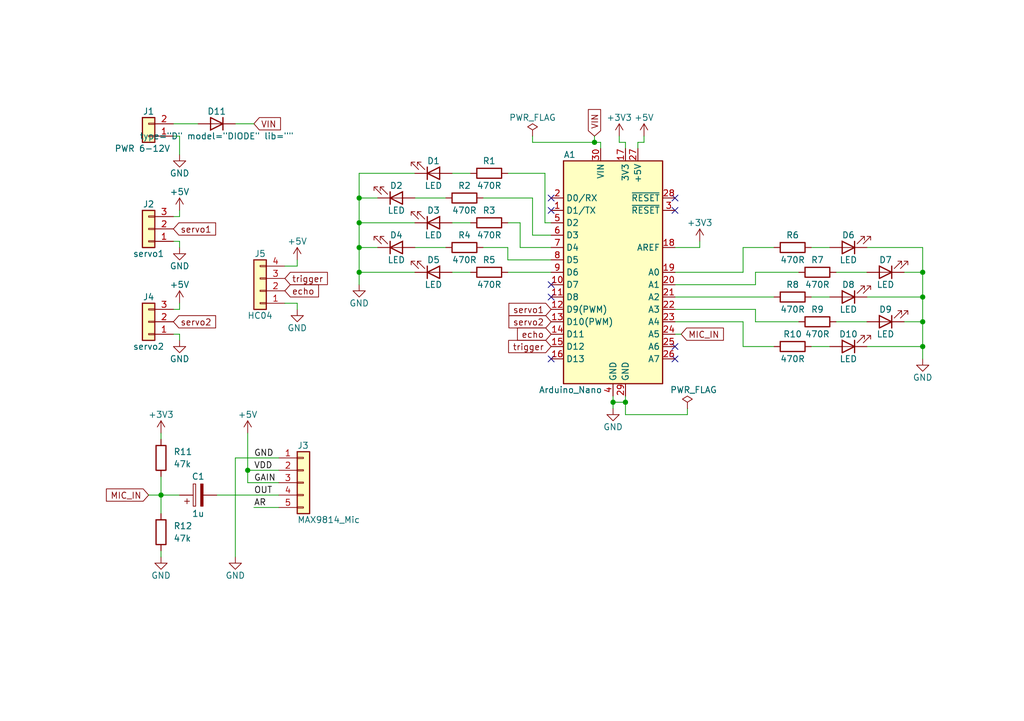
<source format=kicad_sch>
(kicad_sch (version 20211123) (generator eeschema)
  (paper "A5")
  (title_block (title "Speech recognition") (date "2022-11-26") (rev "2.0"))
  (lib_symbols
    (symbol "Connector_Generic:Conn_01x02" (pin_names (offset 1.016) hide)
      (property "Reference" "J" (at 0 2.54 0))
      (property "Value" "Conn_01x02" (at 0 -5.08 0))
      (symbol "Conn_01x02_1_1"
        (rectangle (start -1.27 -2.413) (end 0 -2.667) (stroke (width 0.1524)))
        (rectangle (start -1.27 0.127) (end 0 -0.127) (stroke (width 0.1524)))
        (rectangle (start -1.27 1.27) (end 1.27 -3.81) (stroke (width 0.254)) (fill (type background)))
        (pin passive line (at -5.08 0 0) (length 3.81) (name "Pin_1") (number "1"))
        (pin passive line (at -5.08 -2.54 0) (length 3.81) (name "Pin_2") (number "2"))
      )
    )
    (symbol "Connector_Generic:Conn_01x03" (pin_names (offset 1.016) hide)
      (property "Reference" "J" (at 0 5.08 0))
      (property "Value" "Conn_01x03" (at 0 -5.08 0))
      (symbol "Conn_01x03_1_1"
        (rectangle (start -1.27 -2.413) (end 0 -2.667) (stroke (width 0.1524)))
        (rectangle (start -1.27 0.127) (end 0 -0.127) (stroke (width 0.1524)))
        (rectangle (start -1.27 2.667) (end 0 2.413) (stroke (width 0.1524)))
        (rectangle (start -1.27 3.81) (end 1.27 -3.81) (stroke (width 0.254)) (fill (type background)))
        (pin passive line (at -5.08 2.54 0) (length 3.81) (name "Pin_1") (number "1"))
        (pin passive line (at -5.08 0 0) (length 3.81) (name "Pin_2") (number "2"))
        (pin passive line (at -5.08 -2.54 0) (length 3.81) (name "Pin_3") (number "3"))
      )
    )
    (symbol "Connector_Generic:Conn_01x04" (pin_names (offset 1.016) hide)
      (property "Reference" "J" (at 0 5.08 0))
      (property "Value" "Conn_01x04" (at 0 -7.62 0))
      (symbol "Conn_01x04_1_1"
        (rectangle (start -1.27 -4.953) (end 0 -5.207) (stroke (width 0.1524)))
        (rectangle (start -1.27 -2.413) (end 0 -2.667) (stroke (width 0.1524)))
        (rectangle (start -1.27 0.127) (end 0 -0.127) (stroke (width 0.1524)))
        (rectangle (start -1.27 2.667) (end 0 2.413) (stroke (width 0.1524)))
        (rectangle (start -1.27 3.81) (end 1.27 -6.35) (stroke (width 0.254)) (fill (type background)))
        (pin passive line (at -5.08 2.54 0) (length 3.81) (name "Pin_1") (number "1"))
        (pin passive line (at -5.08 0 0) (length 3.81) (name "Pin_2") (number "2"))
        (pin passive line (at -5.08 -2.54 0) (length 3.81) (name "Pin_3") (number "3"))
        (pin passive line (at -5.08 -5.08 0) (length 3.81) (name "Pin_4") (number "4"))
      )
    )
    (symbol "Connector_Generic:Conn_01x05" (pin_names (offset 1.016) hide)
      (property "Reference" "J" (at 0 7.62 0))
      (property "Value" "Conn_01x05" (at 0 -7.62 0))
      (symbol "Conn_01x05_1_1"
        (rectangle (start -1.27 -4.953) (end 0 -5.207) (stroke (width 0.1524)))
        (rectangle (start -1.27 -2.413) (end 0 -2.667) (stroke (width 0.1524)))
        (rectangle (start -1.27 0.127) (end 0 -0.127) (stroke (width 0.1524)))
        (rectangle (start -1.27 2.667) (end 0 2.413) (stroke (width 0.1524)))
        (rectangle (start -1.27 5.207) (end 0 4.953) (stroke (width 0.1524)))
        (rectangle (start -1.27 6.35) (end 1.27 -6.35) (stroke (width 0.254)) (fill (type background)))
        (pin passive line (at -5.08 5.08 0) (length 3.81) (name "Pin_1") (number "1"))
        (pin passive line (at -5.08 2.54 0) (length 3.81) (name "Pin_2") (number "2"))
        (pin passive line (at -5.08 0 0) (length 3.81) (name "Pin_3") (number "3"))
        (pin passive line (at -5.08 -2.54 0) (length 3.81) (name "Pin_4") (number "4"))
        (pin passive line (at -5.08 -5.08 0) (length 3.81) (name "Pin_5") (number "5"))
      )
    )
    (symbol "Device:C_Polarized" (pin_numbers hide) (pin_names (offset 0.254))
      (property "Reference" "C" (at 0.635 2.54 0))
      (property "Value" "C_Polarized" (at 0.635 -2.54 0))
      (symbol "C_Polarized_0_1"
        (rectangle (start -2.286 0.508) (end 2.286 1.016))
        (polyline (pts (xy -1.778 2.286) (xy -0.762 2.286)))
        (polyline (pts (xy -1.27 2.794) (xy -1.27 1.778)))
        (rectangle (start 2.286 -0.508) (end -2.286 -1.016) (fill (type outline)))
      )
      (symbol "C_Polarized_1_1"
        (pin passive line (at 0 3.81 270) (length 2.794) (name "~") (number "1"))
        (pin passive line (at 0 -3.81 90) (length 2.794) (name "~") (number "2"))
      )
    )
    (symbol "Device:LED" (pin_numbers hide) (pin_names (offset 1.016) hide)
      (property "Reference" "D" (at 0 2.54 0))
      (property "Value" "LED" (at 0 -2.54 0))
      (symbol "LED_0_1"
        (polyline (pts (xy -1.27 -1.27) (xy -1.27 1.27)) (stroke (width 0.254)))
        (polyline (pts (xy -1.27 0) (xy 1.27 0)))
        (polyline (pts (xy 1.27 -1.27) (xy 1.27 1.27) (xy -1.27 0) (xy 1.27 -1.27)) (stroke (width 0.254)))
        (polyline (pts (xy -3.048 -0.762) (xy -4.572 -2.286) (xy -3.81 -2.286) (xy -4.572 -2.286) (xy -4.572 -1.524)))
        (polyline (pts (xy -1.778 -0.762) (xy -3.302 -2.286) (xy -2.54 -2.286) (xy -3.302 -2.286) (xy -3.302 -1.524)))
      )
      (symbol "LED_1_1"
        (pin passive line (at -3.81 0 0) (length 2.54) (name "K") (number "1"))
        (pin passive line (at 3.81 0 180) (length 2.54) (name "A") (number "2"))
      )
    )
    (symbol "Device:R" (pin_numbers hide) (pin_names (offset 0))
      (property "Reference" "R" (at 2.032 0 90))
      (property "Value" "R" (at 0 0 90))
      (symbol "R_0_1"
        (rectangle (start -1.016 -2.54) (end 1.016 2.54) (stroke (width 0.254)))
      )
      (symbol "R_1_1"
        (pin passive line (at 0 3.81 270) (length 1.27) (name "~") (number "1"))
        (pin passive line (at 0 -3.81 90) (length 1.27) (name "~") (number "2"))
      )
    )
    (symbol "MCU_Module:Arduino_Nano_v2.x"
      (property "Reference" "A1" (at -10.16 24.13 0))
      (property "Value" "Arduino_Nano" (at -15.24 -24.13 0))
      (symbol "Arduino_Nano_v2.x_0_1"
        (rectangle (start -10.16 22.86) (end 10.16 -22.86) (stroke (width 0.254)) (fill (type background)))
      )
      (symbol "Arduino_Nano_v2.x_1_1"
        (pin bidirectional line (at -12.7 12.7 0) (length 2.54) (name "D1/TX") (number "1"))
        (pin bidirectional line (at -12.7 -2.54 0) (length 2.54) (name "D7") (number "10"))
        (pin bidirectional line (at -12.7 -5.08 0) (length 2.54) (name "D8") (number "11"))
        (pin bidirectional line (at -12.7 -7.62 0) (length 2.54) (name "D9(PWM)") (number "12"))
        (pin bidirectional line (at -12.7 -10.16 0) (length 2.54) (name "D10(PWM)") (number "13"))
        (pin bidirectional line (at -12.7 -12.7 0) (length 2.54) (name "D11") (number "14"))
        (pin bidirectional line (at -12.7 -15.24 0) (length 2.54) (name "D12") (number "15"))
        (pin bidirectional line (at -12.7 -17.78 0) (length 2.54) (name "D13") (number "16"))
        (pin power_out line (at 2.54 25.4 270) (length 2.54) (name "3V3") (number "17"))
        (pin input line (at 12.7 5.08 180) (length 2.54) (name "AREF") (number "18"))
        (pin bidirectional line (at 12.7 0 180) (length 2.54) (name "A0") (number "19"))
        (pin bidirectional line (at -12.7 15.24 0) (length 2.54) (name "D0/RX") (number "2"))
        (pin bidirectional line (at 12.7 -2.54 180) (length 2.54) (name "A1") (number "20"))
        (pin bidirectional line (at 12.7 -5.08 180) (length 2.54) (name "A2") (number "21"))
        (pin bidirectional line (at 12.7 -7.62 180) (length 2.54) (name "A3") (number "22"))
        (pin bidirectional line (at 12.7 -10.16 180) (length 2.54) (name "A4") (number "23"))
        (pin bidirectional line (at 12.7 -12.7 180) (length 2.54) (name "A5") (number "24"))
        (pin bidirectional line (at 12.7 -15.24 180) (length 2.54) (name "A6") (number "25"))
        (pin bidirectional line (at 12.7 -17.78 180) (length 2.54) (name "A7") (number "26"))
        (pin power_out line (at 5.08 25.4 270) (length 2.54) (name "+5V") (number "27"))
        (pin input line (at 12.7 15.24 180) (length 2.54) (name "~{RESET}") (number "28"))
        (pin power_in line (at 2.54 -25.4 90) (length 2.54) (name "GND") (number "29"))
        (pin input line (at 12.7 12.7 180) (length 2.54) (name "~{RESET}") (number "3"))
        (pin power_in line (at -2.54 25.4 270) (length 2.54) (name "VIN") (number "30"))
        (pin power_in line (at 0 -25.4 90) (length 2.54) (name "GND") (number "4"))
        (pin bidirectional line (at -12.7 10.16 0) (length 2.54) (name "D2") (number "5"))
        (pin bidirectional line (at -12.7 7.62 0) (length 2.54) (name "D3") (number "6"))
        (pin bidirectional line (at -12.7 5.08 0) (length 2.54) (name "D4") (number "7"))
        (pin bidirectional line (at -12.7 2.54 0) (length 2.54) (name "D5") (number "8"))
        (pin bidirectional line (at -12.7 0 0) (length 2.54) (name "D6") (number "9"))
      )
    )
    (symbol "Simulation_SPICE:DIODE" (pin_numbers hide) (pin_names (offset 1.016) hide)
      (property "Reference" "D" (at 0 2.54 0))
      (property "Value" "DIODE" (at 0 -2.54 0))
      (symbol "DIODE_0_1"
        (polyline (pts (xy 1.27 0) (xy -1.27 0)))
        (polyline (pts (xy 1.27 1.27) (xy 1.27 -1.27)) (stroke (width 0.254)))
        (polyline (pts (xy -1.27 -1.27) (xy -1.27 1.27) (xy 1.27 0) (xy -1.27 -1.27)) (stroke (width 0.254)))
      )
      (symbol "DIODE_1_1"
        (pin passive line (at -3.81 0 0) (length 2.54) (name "A") (number "1"))
        (pin passive line (at 3.81 0 180) (length 2.54) (name "K") (number "2"))
      )
    )
    (symbol "power:+3V3" (power) (pin_names (offset 0))
      (property "Value" "+3V3" (at 0 3.556 0))
      (symbol "+3V3_0_1"
        (polyline (pts (xy -0.762 1.27) (xy 0 2.54)))
        (polyline (pts (xy 0 0) (xy 0 2.54)))
        (polyline (pts (xy 0 2.54) (xy 0.762 1.27)))
      )
      (symbol "+3V3_1_1"
        (pin power_in line (at 0 0 90) (length 0) hide (name "+3V3") (number "1"))
      )
    )
    (symbol "power:+5V" (power) (pin_names (offset 0))
      (property "Value" "+5V" (at 0 3.556 0))
      (symbol "+5V_0_1"
        (polyline (pts (xy -0.762 1.27) (xy 0 2.54)))
        (polyline (pts (xy 0 0) (xy 0 2.54)))
        (polyline (pts (xy 0 2.54) (xy 0.762 1.27)))
      )
      (symbol "+5V_1_1"
        (pin power_in line (at 0 0 90) (length 0) hide (name "+5V") (number "1"))
      )
    )
    (symbol "power:GND" (power) (pin_names (offset 0))
      (property "Value" "GND" (at 0 -3.81 0))
      (symbol "GND_0_1"
        (polyline (pts (xy 0 0) (xy 0 -1.27) (xy 1.27 -1.27) (xy 0 -2.54) (xy -1.27 -1.27) (xy 0 -1.27)))
      )
      (symbol "GND_1_1"
        (pin power_in line (at 0 0 270) (length 0) hide (name "GND") (number "1"))
      )
    )
    (symbol "power:PWR_FLAG" (power) (pin_numbers hide) (pin_names (offset 0) hide)
      (property "Value" "PWR_FLAG" (at 0 3.81 0))
      (symbol "PWR_FLAG_0_0"
        (pin power_out line (at 0 0 90) (length 0) (name "pwr") (number "1"))
      )
      (symbol "PWR_FLAG_0_1"
        (polyline (pts (xy 0 0) (xy 0 1.27) (xy -1.016 1.905) (xy 0 2.54) (xy 1.016 1.905) (xy 0 1.27)))
      )
    )
  )
  (junction (at 73.66 50.8))
  (junction (at 189.23 71.12))
  (junction (at 189.23 55.88))
  (junction (at 73.66 40.64))
  (junction (at 33.02 101.6))
  (junction (at 128.27 82.55))
  (junction (at 73.66 55.88))
  (junction (at 50.8 96.52))
  (junction (at 189.23 60.96))
  (junction (at 73.66 45.72))
  (junction (at 125.73 82.55))
  (junction (at 121.92 29.21))
  (junction (at 189.23 66.04))
  (no_connect (at 138.43 40.64))
  (no_connect (at 113.03 40.64))
  (no_connect (at 113.03 73.66))
  (no_connect (at 138.43 71.12))
  (no_connect (at 138.43 73.66))
  (no_connect (at 113.03 43.18))
  (no_connect (at 113.03 60.96))
  (no_connect (at 113.03 58.42))
  (no_connect (at 138.43 43.18))
  (wire (pts (xy 36.83 68.58) (xy 36.83 69.85)))
  (wire (pts (xy 189.23 55.88) (xy 185.42 55.88)))
  (wire (pts (xy 171.45 66.04) (xy 177.8 66.04)))
  (wire (pts (xy 154.94 58.42) (xy 154.94 55.88)))
  (wire (pts (xy 123.19 29.21) (xy 123.19 30.48)))
  (wire (pts (xy 109.22 29.21) (xy 121.92 29.21)))
  (wire (pts (xy 177.8 50.8) (xy 189.23 50.8)))
  (wire (pts (xy 73.66 45.72) (xy 73.66 40.64)))
  (wire (pts (xy 35.56 49.53) (xy 36.83 49.53)))
  (wire (pts (xy 104.14 53.34) (xy 113.03 53.34)))
  (wire (pts (xy 85.09 45.72) (xy 73.66 45.72)))
  (wire (pts (xy 58.42 54.61) (xy 60.96 54.61)))
  (wire (pts (xy 170.18 50.8) (xy 166.37 50.8)))
  (wire (pts (xy 121.92 29.21) (xy 123.19 29.21)))
  (wire (pts (xy 36.83 63.5) (xy 35.56 63.5)))
  (wire (pts (xy 152.4 55.88) (xy 152.4 50.8)))
  (wire (pts (xy 154.94 66.04) (xy 163.83 66.04)))
  (wire (pts (xy 128.27 29.21) (xy 128.27 30.48)))
  (wire (pts (xy 138.43 58.42) (xy 154.94 58.42)))
  (wire (pts (xy 125.73 81.28) (xy 125.73 82.55)))
  (wire (pts (xy 50.8 96.52) (xy 57.15 96.52)))
  (wire (pts (xy 189.23 60.96) (xy 189.23 55.88)))
  (wire (pts (xy 138.43 60.96) (xy 158.75 60.96)))
  (wire (pts (xy 77.47 50.8) (xy 73.66 50.8)))
  (wire (pts (xy 189.23 66.04) (xy 189.23 60.96)))
  (wire (pts (xy 33.02 113.03) (xy 33.02 114.3)))
  (wire (pts (xy 33.02 101.6) (xy 36.83 101.6)))
  (wire (pts (xy 33.02 105.41) (xy 33.02 101.6)))
  (wire (pts (xy 132.08 29.21) (xy 132.08 27.94)))
  (wire (pts (xy 177.8 55.88) (xy 171.45 55.88)))
  (wire (pts (xy 92.71 35.56) (xy 96.52 35.56)))
  (wire (pts (xy 152.4 50.8) (xy 158.75 50.8)))
  (wire (pts (xy 92.71 45.72) (xy 96.52 45.72)))
  (wire (pts (xy 104.14 55.88) (xy 113.03 55.88)))
  (wire (pts (xy 189.23 71.12) (xy 189.23 66.04)))
  (wire (pts (xy 104.14 50.8) (xy 104.14 53.34)))
  (wire (pts (xy 50.8 99.06) (xy 57.15 99.06)))
  (wire (pts (xy 125.73 82.55) (xy 125.73 83.82)))
  (wire (pts (xy 138.43 66.04) (xy 152.4 66.04)))
  (wire (pts (xy 130.81 30.48) (xy 130.81 29.21)))
  (wire (pts (xy 99.06 40.64) (xy 109.22 40.64)))
  (wire (pts (xy 128.27 85.09) (xy 128.27 82.55)))
  (wire (pts (xy 177.8 60.96) (xy 189.23 60.96)))
  (wire (pts (xy 128.27 85.09) (xy 140.97 85.09)))
  (wire (pts (xy 154.94 63.5) (xy 154.94 66.04)))
  (wire (pts (xy 109.22 27.94) (xy 109.22 29.21)))
  (wire (pts (xy 152.4 66.04) (xy 152.4 71.12)))
  (wire (pts (xy 35.56 25.4) (xy 40.64 25.4)))
  (wire (pts (xy 85.09 40.64) (xy 91.44 40.64)))
  (wire (pts (xy 109.22 40.64) (xy 109.22 48.26)))
  (wire (pts (xy 73.66 58.42) (xy 73.66 55.88)))
  (wire (pts (xy 106.68 45.72) (xy 104.14 45.72)))
  (wire (pts (xy 85.09 55.88) (xy 73.66 55.88)))
  (wire (pts (xy 111.76 45.72) (xy 111.76 35.56)))
  (wire (pts (xy 104.14 35.56) (xy 111.76 35.56)))
  (wire (pts (xy 152.4 71.12) (xy 158.75 71.12)))
  (wire (pts (xy 36.83 44.45) (xy 36.83 43.18)))
  (wire (pts (xy 138.43 63.5) (xy 154.94 63.5)))
  (wire (pts (xy 73.66 50.8) (xy 73.66 45.72)))
  (wire (pts (xy 57.15 104.14) (xy 52.07 104.14)))
  (wire (pts (xy 143.51 49.53) (xy 143.51 50.8)))
  (wire (pts (xy 91.44 50.8) (xy 85.09 50.8)))
  (wire (pts (xy 121.92 27.94) (xy 121.92 29.21)))
  (wire (pts (xy 92.71 55.88) (xy 96.52 55.88)))
  (wire (pts (xy 36.83 49.53) (xy 36.83 50.8)))
  (wire (pts (xy 140.97 83.82) (xy 140.97 85.09)))
  (wire (pts (xy 36.83 62.23) (xy 36.83 63.5)))
  (wire (pts (xy 189.23 73.66) (xy 189.23 71.12)))
  (wire (pts (xy 128.27 82.55) (xy 128.27 81.28)))
  (wire (pts (xy 138.43 68.58) (xy 139.7 68.58)))
  (wire (pts (xy 60.96 54.61) (xy 60.96 53.34)))
  (wire (pts (xy 85.09 35.56) (xy 73.66 35.56)))
  (wire (pts (xy 170.18 60.96) (xy 166.37 60.96)))
  (wire (pts (xy 44.45 101.6) (xy 57.15 101.6)))
  (wire (pts (xy 33.02 88.9) (xy 33.02 90.17)))
  (wire (pts (xy 48.26 25.4) (xy 52.07 25.4)))
  (wire (pts (xy 138.43 55.88) (xy 152.4 55.88)))
  (wire (pts (xy 35.56 68.58) (xy 36.83 68.58)))
  (wire (pts (xy 185.42 66.04) (xy 189.23 66.04)))
  (wire (pts (xy 50.8 88.9) (xy 50.8 96.52)))
  (wire (pts (xy 106.68 50.8) (xy 106.68 45.72)))
  (wire (pts (xy 35.56 44.45) (xy 36.83 44.45)))
  (wire (pts (xy 60.96 62.23) (xy 60.96 63.5)))
  (wire (pts (xy 109.22 48.26) (xy 113.03 48.26)))
  (wire (pts (xy 50.8 96.52) (xy 50.8 99.06)))
  (wire (pts (xy 189.23 50.8) (xy 189.23 55.88)))
  (wire (pts (xy 73.66 35.56) (xy 73.66 40.64)))
  (wire (pts (xy 170.18 71.12) (xy 166.37 71.12)))
  (wire (pts (xy 127 27.94) (xy 127 29.21)))
  (wire (pts (xy 73.66 55.88) (xy 73.66 50.8)))
  (wire (pts (xy 30.48 101.6) (xy 33.02 101.6)))
  (wire (pts (xy 138.43 50.8) (xy 143.51 50.8)))
  (wire (pts (xy 36.83 27.94) (xy 36.83 31.75)))
  (wire (pts (xy 48.26 93.98) (xy 57.15 93.98)))
  (wire (pts (xy 99.06 50.8) (xy 104.14 50.8)))
  (wire (pts (xy 125.73 82.55) (xy 128.27 82.55)))
  (wire (pts (xy 48.26 114.3) (xy 48.26 93.98)))
  (wire (pts (xy 130.81 29.21) (xy 132.08 29.21)))
  (wire (pts (xy 35.56 27.94) (xy 36.83 27.94)))
  (wire (pts (xy 58.42 62.23) (xy 60.96 62.23)))
  (wire (pts (xy 177.8 71.12) (xy 189.23 71.12)))
  (wire (pts (xy 127 29.21) (xy 128.27 29.21)))
  (wire (pts (xy 113.03 45.72) (xy 111.76 45.72)))
  (wire (pts (xy 154.94 55.88) (xy 163.83 55.88)))
  (wire (pts (xy 33.02 101.6) (xy 33.02 97.79)))
  (wire (pts (xy 113.03 50.8) (xy 106.68 50.8)))
  (wire (pts (xy 73.66 40.64) (xy 77.47 40.64)))
  (label "OUT" (at 52.07 101.6 0))
  (label "GND" (at 52.07 93.98 0))
  (label "AR" (at 52.07 104.14 0))
  (label "VDD" (at 52.07 96.52 0))
  (label "GAIN" (at 52.07 99.06 0))
  (global_label "trigger" (shape input) (at 113.03 71.12 180) (property "Intersheet References" "${INTERSHEET_REFS}" (effects hide)))
  (global_label "echo" (shape input) (at 58.42 59.69 0) (property "Intersheet References" "${INTERSHEET_REFS}" (effects hide)))
  (global_label "VIN" (shape input) (at 121.92 27.94 90) (property "Intersheet References" "${INTERSHEET_REFS}" (effects hide)))
  (global_label "servo1" (shape input) (at 35.56 46.99 0) (property "Intersheet References" "${INTERSHEET_REFS}" (effects hide)))
  (global_label "echo" (shape input) (at 113.03 68.58 180) (property "Intersheet References" "${INTERSHEET_REFS}" (effects hide)))
  (global_label "VIN" (shape input) (at 52.07 25.4 0) (property "Intersheet References" "${INTERSHEET_REFS}" (effects hide)))
  (global_label "servo2" (shape input) (at 113.03 66.04 180) (property "Intersheet References" "${INTERSHEET_REFS}" (effects hide)))
  (global_label "trigger" (shape input) (at 58.42 57.15 0) (property "Intersheet References" "${INTERSHEET_REFS}" (effects hide)))
  (global_label "MIC_IN" (shape input) (at 139.7 68.58 0) (property "Intersheet References" "${INTERSHEET_REFS}" (effects hide)))
  (global_label "MIC_IN" (shape input) (at 30.48 101.6 180) (property "Intersheet References" "${INTERSHEET_REFS}" (effects hide)))
  (global_label "servo1" (shape input) (at 113.03 63.5 180) (property "Intersheet References" "${INTERSHEET_REFS}" (effects hide)))
  (global_label "servo2" (shape input) (at 35.56 66.04 0) (property "Intersheet References" "${INTERSHEET_REFS}" (effects hide)))
  (symbol (lib_id "power:+5V") (at 132.08 27.94 0) (unit 1)
    (property "Reference" "#PWR0109" (effects hide))
    (property "Value" "+5V" (at 132.08 24.13 0))
  )
  (symbol (lib_id "power:GND") (at 189.23 73.66 0) (mirror y) (unit 1)
    (property "Reference" "#PWR0104" (effects hide))
    (property "Value" "GND" (at 189.23 77.47 0))
  )
  (symbol (lib_id "Device:C_Polarized") (at 40.64 101.6 90) (unit 1)
    (property "Reference" "C1" (at 40.64 97.79 90))
    (property "Value" "1u" (at 40.64 105.41 90))
    (property "Footprint" "Capacitor_THT:CP_Radial_D4.0mm_P2.00mm" (effects hide))
  )
  (symbol (lib_id "Device:LED") (at 88.9 45.72 0) (mirror x) (unit 1)
    (property "Reference" "D3" (at 88.9 43.18 0))
    (property "Value" "LED" (at 88.9 48.26 0))
    (property "Footprint" "LED_THT:LED_D3.0mm" (effects hide))
  )
  (symbol (lib_id "power:GND") (at 125.73 83.82 0) (unit 1)
    (property "Reference" "#PWR0116" (effects hide))
    (property "Value" "GND" (at 125.73 87.63 0))
  )
  (symbol (lib_id "power:GND") (at 36.83 69.85 0) (unit 1)
    (property "Reference" "#PWR0113" (effects hide))
    (property "Value" "GND" (at 36.83 73.66 0))
  )
  (symbol (lib_id "power:GND") (at 36.83 31.75 0) (unit 1)
    (property "Reference" "#PWR0108" (effects hide))
    (property "Value" "GND" (at 36.83 35.56 0))
  )
  (symbol (lib_id "Device:LED") (at 173.99 50.8 180) (unit 1)
    (property "Reference" "D6" (at 173.99 48.26 0))
    (property "Value" "LED" (at 173.99 53.34 0))
    (property "Footprint" "LED_THT:LED_D3.0mm" (effects hide))
  )
  (symbol (lib_id "Device:R") (at 167.64 55.88 270) (mirror x) (unit 1)
    (property "Reference" "R7" (at 167.64 53.34 90))
    (property "Value" "470R" (at 167.64 58.42 90))
    (property "Footprint" "Resistor_THT:R_Axial_DIN0309_L9.0mm_D3.2mm_P12.70mm_Horizontal" (effects hide))
  )
  (symbol (lib_id "power:GND") (at 48.26 114.3 0) (mirror y) (unit 1)
    (property "Reference" "#PWR0105" (effects hide))
    (property "Value" "GND" (at 48.26 118.11 0))
  )
  (symbol (lib_id "Device:R") (at 162.56 60.96 270) (mirror x) (unit 1)
    (property "Reference" "R8" (at 162.56 58.42 90))
    (property "Value" "470R" (at 162.56 63.5 90))
    (property "Footprint" "Resistor_THT:R_Axial_DIN0309_L9.0mm_D3.2mm_P12.70mm_Horizontal" (effects hide))
  )
  (symbol (lib_id "power:GND") (at 33.02 114.3 0) (mirror y) (unit 1)
    (property "Reference" "#PWR0101" (effects hide))
    (property "Value" "GND" (at 33.02 118.11 0))
  )
  (symbol (lib_id "Device:LED") (at 181.61 55.88 180) (unit 1)
    (property "Reference" "D7" (at 181.61 53.34 0))
    (property "Value" "LED" (at 181.61 58.42 0))
    (property "Footprint" "LED_THT:LED_D3.0mm" (effects hide))
  )
  (symbol (lib_id "Device:LED") (at 173.99 60.96 180) (unit 1)
    (property "Reference" "D8" (at 173.99 58.42 0))
    (property "Value" "LED" (at 173.99 63.5 0))
    (property "Footprint" "LED_THT:LED_D3.0mm" (effects hide))
  )
  (symbol (lib_id "Device:LED") (at 81.28 40.64 0) (mirror x) (unit 1)
    (property "Reference" "D2" (at 81.28 38.1 0))
    (property "Value" "LED" (at 81.28 43.18 0))
    (property "Footprint" "LED_THT:LED_D3.0mm" (effects hide))
  )
  (symbol (lib_id "Connector_Generic:Conn_01x05") (at 62.23 99.06 0) (unit 1)
    (property "Reference" "J3" (at 60.96 91.44 0) (effects (justify left)))
    (property "Value" "MAX9814_Mic" (at 60.96 106.68 0) (effects (justify left)))
    (property "Footprint" "Connector_PinHeader_2.54mm:PinHeader_1x05_P2.54mm_Vertical" (effects hide))
  )
  (symbol (lib_id "Device:R") (at 95.25 40.64 90) (unit 1)
    (property "Reference" "R2" (at 95.25 38.1 90))
    (property "Value" "470R" (at 95.25 43.18 90))
    (property "Footprint" "Resistor_THT:R_Axial_DIN0309_L9.0mm_D3.2mm_P12.70mm_Horizontal" (effects hide))
  )
  (symbol (lib_id "Device:R") (at 167.64 66.04 270) (mirror x) (unit 1)
    (property "Reference" "R9" (at 167.64 63.5 90))
    (property "Value" "470R" (at 167.64 68.58 90))
    (property "Footprint" "Resistor_THT:R_Axial_DIN0309_L9.0mm_D3.2mm_P12.70mm_Horizontal" (effects hide))
  )
  (symbol (lib_id "Connector_Generic:Conn_01x04") (at 53.34 59.69 180) (unit 1)
    (property "Reference" "J5" (at 53.34 52.07 0))
    (property "Value" "HC04" (at 53.34 64.77 0))
    (property "Footprint" "Connector_PinHeader_2.54mm:PinHeader_1x04_P2.54mm_Vertical" (effects hide))
  )
  (symbol (lib_id "power:+5V") (at 50.8 88.9 0) (unit 1)
    (property "Reference" "#PWR0103" (effects hide))
    (property "Value" "+5V" (at 50.8 85.09 0))
  )
  (symbol (lib_id "power:+5V") (at 36.83 43.18 0) (unit 1)
    (property "Reference" "#PWR0115" (effects hide))
    (property "Value" "+5V" (at 36.83 39.37 0))
  )
  (symbol (lib_id "Device:LED") (at 88.9 35.56 0) (mirror x) (unit 1)
    (property "Reference" "D1" (at 88.9 33.02 0))
    (property "Value" "LED" (at 88.9 38.1 0))
    (property "Footprint" "LED_THT:LED_D3.0mm" (effects hide))
  )
  (symbol (lib_id "power:+3V3") (at 127 27.94 0) (unit 1)
    (property "Reference" "#PWR0110" (effects hide))
    (property "Value" "+3V3" (at 127 24.13 0))
  )
  (symbol (lib_id "Device:R") (at 162.56 71.12 270) (mirror x) (unit 1)
    (property "Reference" "R10" (at 162.56 68.58 90))
    (property "Value" "470R" (at 162.56 73.66 90))
    (property "Footprint" "Resistor_THT:R_Axial_DIN0309_L9.0mm_D3.2mm_P12.70mm_Horizontal" (effects hide))
  )
  (symbol (lib_id "Device:R") (at 33.02 109.22 0) (mirror y) (unit 1)
    (property "Reference" "R12" (at 35.56 107.9499 0) (effects (justify right)))
    (property "Value" "47k" (at 35.56 110.4899 0) (effects (justify right)))
    (property "Footprint" "Resistor_THT:R_Axial_DIN0309_L9.0mm_D3.2mm_P12.70mm_Horizontal" (effects hide))
  )
  (symbol (lib_id "power:+5V") (at 36.83 62.23 0) (unit 1)
    (property "Reference" "#PWR0112" (effects hide))
    (property "Value" "+5V" (at 36.83 58.42 0))
  )
  (symbol (lib_id "Connector_Generic:Conn_01x02") (at 30.48 27.94 180) (unit 1)
    (property "Reference" "J1" (at 30.48 22.86 0))
    (property "Value" "PWR 6-12V" (at 29.21 30.48 0))
    (property "Footprint" "TerminalBlock_Phoenix:TerminalBlock_Phoenix_MKDS-1,5-2_1x02_P5.00mm_Horizontal" (effects hide))
  )
  (symbol (lib_id "power:+3V3") (at 33.02 88.9 0) (unit 1)
    (property "Reference" "#PWR0102" (effects hide))
    (property "Value" "+3V3" (at 33.02 85.09 0))
  )
  (symbol (lib_id "power:PWR_FLAG") (at 140.97 83.82 0) (unit 1)
    (property "Reference" "#FLG0102" (effects hide))
    (property "Value" "PWR_FLAG" (at 142.24 80.01 0))
  )
  (symbol (lib_id "Device:LED") (at 181.61 66.04 180) (unit 1)
    (property "Reference" "D9" (at 181.61 63.5 0))
    (property "Value" "LED" (at 181.61 68.58 0))
    (property "Footprint" "LED_THT:LED_D3.0mm" (effects hide))
  )
  (symbol (lib_id "Device:LED") (at 88.9 55.88 0) (mirror x) (unit 1)
    (property "Reference" "D5" (at 88.9 53.34 0))
    (property "Value" "LED" (at 88.9 58.42 0))
    (property "Footprint" "LED_THT:LED_D3.0mm" (effects hide))
  )
  (symbol (lib_id "Device:R") (at 100.33 55.88 90) (unit 1)
    (property "Reference" "R5" (at 100.33 53.34 90))
    (property "Value" "470R" (at 100.33 58.42 90))
    (property "Footprint" "Resistor_THT:R_Axial_DIN0309_L9.0mm_D3.2mm_P12.70mm_Horizontal" (effects hide))
  )
  (symbol (lib_id "power:GND") (at 60.96 63.5 0) (unit 1)
    (property "Reference" "#PWR0106" (effects hide))
    (property "Value" "GND" (at 60.96 67.31 0))
  )
  (symbol (lib_id "power:PWR_FLAG") (at 109.22 27.94 0) (unit 1)
    (property "Reference" "#FLG0101" (effects hide))
    (property "Value" "PWR_FLAG" (at 109.22 24.13 0))
  )
  (symbol (lib_id "Device:LED") (at 173.99 71.12 180) (unit 1)
    (property "Reference" "D10" (at 173.99 68.58 0))
    (property "Value" "LED" (at 173.99 73.66 0))
    (property "Footprint" "LED_THT:LED_D3.0mm" (effects hide))
  )
  (symbol (lib_id "MCU_Module:Arduino_Nano_v2.x") (at 125.73 55.88 0) (unit 1)
    (property "Reference" "A1" (at 115.57 31.75 0) (effects (justify left)))
    (property "Value" "Arduino_Nano" (at 110.49 80.01 0) (effects (justify left)))
    (property "Footprint" "Module:Arduino_Nano" (effects hide))
    (property "Datasheet" "https://www.arduino.cc/en/uploads/Main/ArduinoNanoManual23.pdf" (effects hide))
  )
  (symbol (lib_id "power:+3V3") (at 143.51 49.53 0) (unit 1)
    (property "Reference" "#PWR0107" (effects hide))
    (property "Value" "+3V3" (at 143.51 45.72 0))
  )
  (symbol (lib_id "Device:R") (at 95.25 50.8 90) (unit 1)
    (property "Reference" "R4" (at 95.25 48.26 90))
    (property "Value" "470R" (at 95.25 53.34 90))
    (property "Footprint" "Resistor_THT:R_Axial_DIN0309_L9.0mm_D3.2mm_P12.70mm_Horizontal" (effects hide))
  )
  (symbol (lib_id "power:GND") (at 36.83 50.8 0) (unit 1)
    (property "Reference" "#PWR0114" (effects hide))
    (property "Value" "GND" (at 36.83 54.61 0))
  )
  (symbol (lib_id "Device:R") (at 100.33 45.72 90) (unit 1)
    (property "Reference" "R3" (at 100.33 43.18 90))
    (property "Value" "470R" (at 100.33 48.26 90))
    (property "Footprint" "Resistor_THT:R_Axial_DIN0309_L9.0mm_D3.2mm_P12.70mm_Horizontal" (effects hide))
  )
  (symbol (lib_id "Device:LED") (at 81.28 50.8 0) (mirror x) (unit 1)
    (property "Reference" "D4" (at 81.28 48.26 0))
    (property "Value" "LED" (at 81.28 53.34 0))
    (property "Footprint" "LED_THT:LED_D3.0mm" (effects hide))
  )
  (symbol (lib_id "power:+5V") (at 60.96 53.34 0) (unit 1)
    (property "Reference" "#PWR0117" (effects hide))
    (property "Value" "+5V" (at 60.96 49.53 0))
  )
  (symbol (lib_id "Device:R") (at 33.02 93.98 180) (unit 1)
    (property "Reference" "R11" (at 35.56 92.7099 0) (effects (justify right)))
    (property "Value" "47k" (at 35.56 95.2499 0) (effects (justify right)))
    (property "Footprint" "Resistor_THT:R_Axial_DIN0309_L9.0mm_D3.2mm_P12.70mm_Horizontal" (effects hide))
  )
  (symbol (lib_id "Connector_Generic:Conn_01x03") (at 30.48 66.04 180) (unit 1)
    (property "Reference" "J4" (at 30.48 60.96 0))
    (property "Value" "servo2" (at 30.48 71.12 0))
    (property "Footprint" "Connector_PinHeader_2.54mm:PinHeader_1x03_P2.54mm_Vertical" (effects hide))
  )
  (symbol (lib_id "Device:R") (at 162.56 50.8 270) (mirror x) (unit 1)
    (property "Reference" "R6" (at 162.56 48.26 90))
    (property "Value" "470R" (at 162.56 53.34 90))
    (property "Footprint" "Resistor_THT:R_Axial_DIN0309_L9.0mm_D3.2mm_P12.70mm_Horizontal" (effects hide))
  )
  (symbol (lib_id "Device:R") (at 100.33 35.56 90) (unit 1)
    (property "Reference" "R1" (at 100.33 33.02 90))
    (property "Value" "470R" (at 100.33 38.1 90))
    (property "Footprint" "Resistor_THT:R_Axial_DIN0309_L9.0mm_D3.2mm_P12.70mm_Horizontal" (effects hide))
  )
  (symbol (lib_id "Connector_Generic:Conn_01x03") (at 30.48 46.99 180) (unit 1)
    (property "Reference" "J2" (at 30.48 41.91 0))
    (property "Value" "servo1" (at 30.48 52.07 0))
    (property "Footprint" "Connector_PinHeader_2.54mm:PinHeader_1x03_P2.54mm_Vertical" (effects hide))
  )
  (symbol (lib_id "Simulation_SPICE:DIODE") (at 44.45 25.4 0) (unit 1)
    (property "Reference" "D11" (at 44.45 22.86 0))
    (property "Value" "DIODE" (at 44.45 27.94 0))
    (property "Footprint" "Diode_THT:D_DO-41_SOD81_P7.62mm_Horizontal" (effects hide))
    (property "Spice_Netlist_Enabled" "Y" (effects hide))
    (property "Spice_Primitive" "D" (effects hide))
  )
  (symbol (lib_id "power:GND") (at 73.66 58.42 0) (unit 1)
    (property "Reference" "#PWR0111" (effects hide))
    (property "Value" "GND" (at 73.66 62.23 0))
  )
)
</source>
